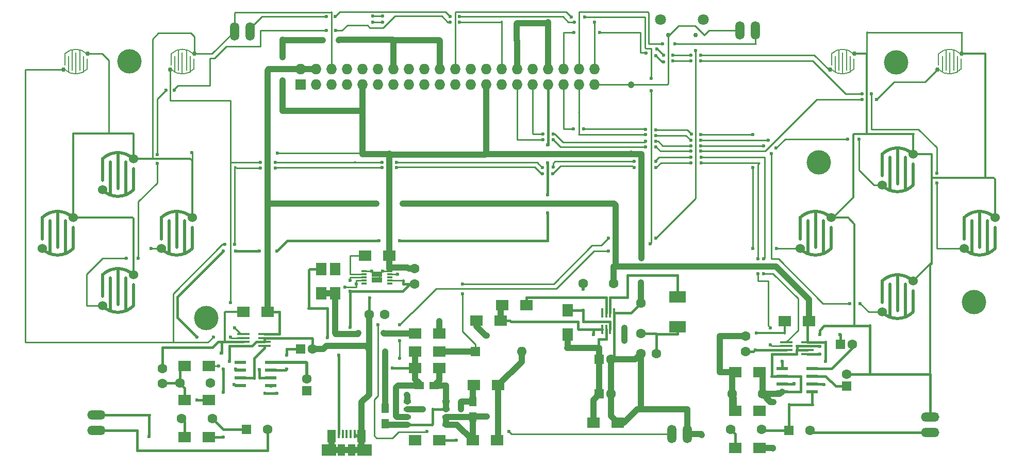
<source format=gtl>
G04 #@! TF.FileFunction,Copper,L1,Top,Signal*
%FSLAX46Y46*%
G04 Gerber Fmt 4.6, Leading zero omitted, Abs format (unit mm)*
G04 Created by KiCad (PCBNEW 4.0.7-e2-6376~58~ubuntu16.04.1) date Sun Sep 24 14:08:17 2017*
%MOMM*%
%LPD*%
G01*
G04 APERTURE LIST*
%ADD10C,0.100000*%
%ADD11C,0.500000*%
%ADD12C,0.200000*%
%ADD13C,1.600000*%
%ADD14R,1.600000X1.600000*%
%ADD15R,0.450000X1.380000*%
%ADD16R,1.475000X2.100000*%
%ADD17R,2.375000X1.900000*%
%ADD18R,1.175000X1.900000*%
%ADD19O,1.510000X3.010000*%
%ADD20O,3.010000X1.510000*%
%ADD21R,1.727200X1.727200*%
%ADD22O,1.727200X1.727200*%
%ADD23R,2.790000X1.903000*%
%ADD24R,0.890000X0.305000*%
%ADD25R,0.840000X0.940000*%
%ADD26R,0.400000X1.560000*%
%ADD27R,2.000000X0.400000*%
%ADD28R,1.250000X1.500000*%
%ADD29R,1.500000X1.250000*%
%ADD30O,1.600000X1.600000*%
%ADD31R,1.143000X0.508000*%
%ADD32C,1.524000*%
%ADD33C,0.750000*%
%ADD34R,2.000000X1.700000*%
%ADD35R,1.700000X2.000000*%
%ADD36R,1.981200X0.558800*%
%ADD37C,0.762000*%
%ADD38C,1.803400*%
%ADD39C,4.000000*%
%ADD40C,0.600000*%
%ADD41C,0.250000*%
%ADD42C,1.000000*%
%ADD43C,0.300000*%
%ADD44C,0.400000*%
G04 APERTURE END LIST*
D10*
D11*
X88392000Y-93724000D02*
X88392000Y-88324000D01*
X87122000Y-86824000D02*
X87122000Y-92724000D01*
X85852000Y-93724000D02*
X85852000Y-88324000D01*
X89662000Y-92824000D02*
X89662000Y-89424000D01*
X84582000Y-87924000D02*
X84582000Y-91424000D01*
X84582000Y-92964000D02*
G75*
G03X89662000Y-92964000I2540000J2540000D01*
G01*
X89662000Y-87884000D02*
G75*
G03X84582000Y-87884000I-2540000J-2540000D01*
G01*
X88392000Y-112774000D02*
X88392000Y-107374000D01*
X87122000Y-105874000D02*
X87122000Y-111774000D01*
X85852000Y-112774000D02*
X85852000Y-107374000D01*
X89662000Y-111874000D02*
X89662000Y-108474000D01*
X84582000Y-106974000D02*
X84582000Y-110474000D01*
X84582000Y-112014000D02*
G75*
G03X89662000Y-112014000I2540000J2540000D01*
G01*
X89662000Y-106934000D02*
G75*
G03X84582000Y-106934000I-2540000J-2540000D01*
G01*
X78486000Y-103376000D02*
X78486000Y-97976000D01*
X77216000Y-96476000D02*
X77216000Y-102376000D01*
X75946000Y-103376000D02*
X75946000Y-97976000D01*
X79756000Y-102476000D02*
X79756000Y-99076000D01*
X74676000Y-97576000D02*
X74676000Y-101076000D01*
X74676000Y-102616000D02*
G75*
G03X79756000Y-102616000I2540000J2540000D01*
G01*
X79756000Y-97536000D02*
G75*
G03X74676000Y-97536000I-2540000J-2540000D01*
G01*
X98044000Y-103376000D02*
X98044000Y-97976000D01*
X96774000Y-96476000D02*
X96774000Y-102376000D01*
X95504000Y-103376000D02*
X95504000Y-97976000D01*
X99314000Y-102476000D02*
X99314000Y-99076000D01*
X94234000Y-97576000D02*
X94234000Y-101076000D01*
X94234000Y-102616000D02*
G75*
G03X99314000Y-102616000I2540000J2540000D01*
G01*
X99314000Y-97536000D02*
G75*
G03X94234000Y-97536000I-2540000J-2540000D01*
G01*
X229870000Y-103376000D02*
X229870000Y-97976000D01*
X228600000Y-96476000D02*
X228600000Y-102376000D01*
X227330000Y-103376000D02*
X227330000Y-97976000D01*
X231140000Y-102476000D02*
X231140000Y-99076000D01*
X226060000Y-97576000D02*
X226060000Y-101076000D01*
X226060000Y-102616000D02*
G75*
G03X231140000Y-102616000I2540000J2540000D01*
G01*
X231140000Y-97536000D02*
G75*
G03X226060000Y-97536000I-2540000J-2540000D01*
G01*
X216408000Y-113790000D02*
X216408000Y-108390000D01*
X215138000Y-106890000D02*
X215138000Y-112790000D01*
X213868000Y-113790000D02*
X213868000Y-108390000D01*
X217678000Y-112890000D02*
X217678000Y-109490000D01*
X212598000Y-107990000D02*
X212598000Y-111490000D01*
X212598000Y-113030000D02*
G75*
G03X217678000Y-113030000I2540000J2540000D01*
G01*
X217678000Y-107950000D02*
G75*
G03X212598000Y-107950000I-2540000J-2540000D01*
G01*
X216408000Y-92962000D02*
X216408000Y-87562000D01*
X215138000Y-86062000D02*
X215138000Y-91962000D01*
X213868000Y-92962000D02*
X213868000Y-87562000D01*
X217678000Y-92062000D02*
X217678000Y-88662000D01*
X212598000Y-87162000D02*
X212598000Y-90662000D01*
X212598000Y-92202000D02*
G75*
G03X217678000Y-92202000I2540000J2540000D01*
G01*
X217678000Y-87122000D02*
G75*
G03X212598000Y-87122000I-2540000J-2540000D01*
G01*
X202946000Y-103376000D02*
X202946000Y-97976000D01*
X201676000Y-96476000D02*
X201676000Y-102376000D01*
X200406000Y-103376000D02*
X200406000Y-97976000D01*
X204216000Y-102476000D02*
X204216000Y-99076000D01*
X199136000Y-97576000D02*
X199136000Y-101076000D01*
X199136000Y-102616000D02*
G75*
G03X204216000Y-102616000I2540000J2540000D01*
G01*
X204216000Y-97536000D02*
G75*
G03X199136000Y-97536000I-2540000J-2540000D01*
G01*
D12*
X225000000Y-73600000D02*
X225000000Y-71000000D01*
X225600000Y-73100000D02*
X225600000Y-71400000D01*
X221900000Y-73200000D02*
G75*
G03X225600000Y-73100000I1800000J1900000D01*
G01*
X225500000Y-70600000D02*
G75*
G03X221900000Y-70600000I-1800000J-1800000D01*
G01*
X224400000Y-70000000D02*
X224400000Y-73300000D01*
X223100000Y-70000000D02*
X223100000Y-73300000D01*
X223700000Y-73800000D02*
X223700000Y-70400000D01*
X222500000Y-73600000D02*
X222500000Y-71000000D01*
X221900000Y-70600000D02*
X221900000Y-72400000D01*
X207400000Y-73600000D02*
X207400000Y-71000000D01*
X208000000Y-73100000D02*
X208000000Y-71400000D01*
X204300000Y-73200000D02*
G75*
G03X208000000Y-73100000I1800000J1900000D01*
G01*
X207900000Y-70600000D02*
G75*
G03X204300000Y-70600000I-1800000J-1800000D01*
G01*
X206800000Y-70000000D02*
X206800000Y-73300000D01*
X205500000Y-70000000D02*
X205500000Y-73300000D01*
X206100000Y-73800000D02*
X206100000Y-70400000D01*
X204900000Y-73600000D02*
X204900000Y-71000000D01*
X204300000Y-70600000D02*
X204300000Y-72400000D01*
X99000000Y-73600000D02*
X99000000Y-71000000D01*
X99600000Y-73100000D02*
X99600000Y-71400000D01*
X95900000Y-73200000D02*
G75*
G03X99600000Y-73100000I1800000J1900000D01*
G01*
X99500000Y-70600000D02*
G75*
G03X95900000Y-70600000I-1800000J-1800000D01*
G01*
X98400000Y-70000000D02*
X98400000Y-73300000D01*
X97100000Y-70000000D02*
X97100000Y-73300000D01*
X97700000Y-73800000D02*
X97700000Y-70400000D01*
X96500000Y-73600000D02*
X96500000Y-71000000D01*
X95900000Y-70600000D02*
X95900000Y-72400000D01*
X81500000Y-73600000D02*
X81500000Y-71000000D01*
X82100000Y-73100000D02*
X82100000Y-71400000D01*
X78400000Y-73200000D02*
G75*
G03X82100000Y-73100000I1800000J1900000D01*
G01*
X82000000Y-70600000D02*
G75*
G03X78400000Y-70600000I-1800000J-1800000D01*
G01*
X80900000Y-70000000D02*
X80900000Y-73300000D01*
X79600000Y-70000000D02*
X79600000Y-73300000D01*
X80200000Y-73800000D02*
X80200000Y-70400000D01*
X79000000Y-73600000D02*
X79000000Y-71000000D01*
X78400000Y-70600000D02*
X78400000Y-72400000D01*
D13*
X130891000Y-113405000D03*
X128391000Y-113405000D03*
X172974000Y-116586000D03*
X172974000Y-111586000D03*
D14*
X166136000Y-120794000D03*
D13*
X168136000Y-120794000D03*
X168536000Y-108344000D03*
X163536000Y-108344000D03*
X175514000Y-119888000D03*
X173014000Y-119888000D03*
X190200000Y-119500000D03*
X190200000Y-117000000D03*
D14*
X197280000Y-132440000D03*
D13*
X200780000Y-132440000D03*
X192786000Y-132334000D03*
X187786000Y-132334000D03*
X94400000Y-122300000D03*
X94400000Y-124800000D03*
D14*
X108204000Y-132334000D03*
D13*
X111704000Y-132334000D03*
X97282000Y-124714000D03*
X102282000Y-124714000D03*
X102616000Y-130556000D03*
X97616000Y-130556000D03*
X187960000Y-126492000D03*
X192960000Y-126492000D03*
D15*
X123400000Y-133040000D03*
X124050000Y-133040000D03*
X124700000Y-133040000D03*
X125350000Y-133040000D03*
X126000000Y-133040000D03*
D16*
X122237500Y-133400000D03*
X127162500Y-133400000D03*
D17*
X121790000Y-135700000D03*
X127610000Y-135700000D03*
D18*
X123860000Y-135700000D03*
X125540000Y-135700000D03*
D19*
X178054000Y-133096000D03*
X180594000Y-133096000D03*
D20*
X220500000Y-132800000D03*
X220500000Y-130260000D03*
X83600000Y-132500000D03*
X83600000Y-129960000D03*
D21*
X117094000Y-75692000D03*
D22*
X117094000Y-73152000D03*
X119634000Y-75692000D03*
X119634000Y-73152000D03*
X122174000Y-75692000D03*
X122174000Y-73152000D03*
X124714000Y-75692000D03*
X124714000Y-73152000D03*
X127254000Y-75692000D03*
X127254000Y-73152000D03*
X129794000Y-75692000D03*
X129794000Y-73152000D03*
X132334000Y-75692000D03*
X132334000Y-73152000D03*
X134874000Y-75692000D03*
X134874000Y-73152000D03*
X137414000Y-75692000D03*
X137414000Y-73152000D03*
X139954000Y-75692000D03*
X139954000Y-73152000D03*
X142494000Y-75692000D03*
X142494000Y-73152000D03*
X145034000Y-75692000D03*
X145034000Y-73152000D03*
X147574000Y-75692000D03*
X147574000Y-73152000D03*
X150114000Y-75692000D03*
X150114000Y-73152000D03*
X152654000Y-75692000D03*
X152654000Y-73152000D03*
X155194000Y-75692000D03*
X155194000Y-73152000D03*
X157734000Y-75692000D03*
X157734000Y-73152000D03*
X160274000Y-75692000D03*
X160274000Y-73152000D03*
X162814000Y-75692000D03*
X162814000Y-73152000D03*
X165354000Y-75692000D03*
X165354000Y-73152000D03*
D23*
X179000000Y-110573500D03*
X179000000Y-115426500D03*
D24*
X131746000Y-108305000D03*
X131746000Y-107805000D03*
X131746000Y-107305000D03*
X131746000Y-106805000D03*
X131746000Y-106305000D03*
X127536000Y-106305000D03*
X127536000Y-106805000D03*
X127536000Y-107305000D03*
X127536000Y-107805000D03*
X127536000Y-108305000D03*
D25*
X129221000Y-106835000D03*
X129221000Y-107775000D03*
X130061000Y-106835000D03*
X130061000Y-107775000D03*
D26*
X166656000Y-115844000D03*
X167306000Y-115844000D03*
X167966000Y-115844000D03*
X168616000Y-115844000D03*
X168616000Y-113144000D03*
X167966000Y-113144000D03*
X167306000Y-113144000D03*
X166656000Y-113144000D03*
D27*
X196905000Y-117975000D03*
X196905000Y-118615000D03*
X196905000Y-119275000D03*
X196905000Y-119915000D03*
X200325000Y-119915000D03*
X200325000Y-119275000D03*
X200325000Y-118615000D03*
X200325000Y-117975000D03*
X107764000Y-116632000D03*
X107764000Y-117272000D03*
X107764000Y-117932000D03*
X107764000Y-118572000D03*
X111184000Y-118572000D03*
X111184000Y-117932000D03*
X111184000Y-117272000D03*
X111184000Y-116632000D03*
D14*
X166136000Y-126494000D03*
D13*
X168136000Y-126494000D03*
D19*
X106300000Y-66900000D03*
X108840000Y-66900000D03*
X189250000Y-66750000D03*
X191790000Y-66750000D03*
D28*
X131000000Y-128850000D03*
X131000000Y-131350000D03*
D29*
X136592000Y-125090000D03*
X139092000Y-125090000D03*
D28*
X145400000Y-130250000D03*
X145400000Y-127750000D03*
D14*
X145800000Y-119500000D03*
D30*
X153420000Y-119500000D03*
D31*
X141017000Y-127685000D03*
X141017000Y-128955000D03*
X141017000Y-130225000D03*
X141017000Y-131495000D03*
X134667000Y-131495000D03*
X134667000Y-130225000D03*
X134667000Y-128955000D03*
X134667000Y-127685000D03*
D32*
X89662000Y-87884000D03*
X84582000Y-92964000D03*
X89662000Y-106934000D03*
X84582000Y-112014000D03*
X79756000Y-97536000D03*
X74676000Y-102616000D03*
X99314000Y-97536000D03*
X94234000Y-102616000D03*
X231140000Y-97536000D03*
X226060000Y-102616000D03*
X217678000Y-107950000D03*
X212598000Y-113030000D03*
X217678000Y-87122000D03*
X212598000Y-92202000D03*
X204216000Y-97536000D03*
X199136000Y-102616000D03*
D13*
X135841000Y-108405000D03*
X135841000Y-105905000D03*
D14*
X206756000Y-125222000D03*
D13*
X206756000Y-123222000D03*
D14*
X205740000Y-118364000D03*
D13*
X207740000Y-118364000D03*
D14*
X117094000Y-119126000D03*
D13*
X119094000Y-119126000D03*
D14*
X118110000Y-125984000D03*
D13*
X118110000Y-123984000D03*
D33*
X221700000Y-73200000D03*
X225700000Y-70600000D03*
X204100000Y-73200000D03*
X208100000Y-70600000D03*
X95700000Y-73200000D03*
X99700000Y-70600000D03*
X78200000Y-73200000D03*
X82200000Y-70600000D03*
D34*
X127700000Y-103800000D03*
X131700000Y-103800000D03*
D35*
X122772000Y-109980000D03*
X122772000Y-105980000D03*
X120486000Y-109980000D03*
X120486000Y-105980000D03*
D34*
X146000000Y-114400000D03*
X150000000Y-114400000D03*
X139942000Y-116540000D03*
X135942000Y-116540000D03*
X135942000Y-119490000D03*
X139942000Y-119490000D03*
X135942000Y-122190000D03*
X139942000Y-122190000D03*
X149600000Y-125000000D03*
X145600000Y-125000000D03*
X145400000Y-134100000D03*
X149400000Y-134100000D03*
X169200000Y-131200000D03*
X165200000Y-131200000D03*
X188500000Y-129286000D03*
X192500000Y-129286000D03*
X200628000Y-114554000D03*
X196628000Y-114554000D03*
X188500000Y-122936000D03*
X192500000Y-122936000D03*
X188500000Y-135382000D03*
X192500000Y-135382000D03*
X98076000Y-127508000D03*
X102076000Y-127508000D03*
X98076000Y-121920000D03*
X102076000Y-121920000D03*
X111728000Y-113030000D03*
X107728000Y-113030000D03*
X98076000Y-133604000D03*
X102076000Y-133604000D03*
D35*
X160986000Y-116744000D03*
X160986000Y-112744000D03*
D34*
X150200000Y-111900000D03*
X154200000Y-111900000D03*
X135922000Y-134112000D03*
X139922000Y-134112000D03*
D36*
X196226200Y-122265000D03*
X196226200Y-123535000D03*
X196226200Y-124805000D03*
X196226200Y-126075000D03*
X201153800Y-126075000D03*
X201153800Y-124805000D03*
X201153800Y-123535000D03*
X201153800Y-122265000D03*
X107264200Y-121285000D03*
X107264200Y-122555000D03*
X107264200Y-123825000D03*
X107264200Y-125095000D03*
X112191800Y-125095000D03*
X112191800Y-123825000D03*
X112191800Y-122555000D03*
X112191800Y-121285000D03*
D37*
X177496900Y-67489200D03*
X177496900Y-67489200D03*
X181992700Y-67489200D03*
X181992700Y-67489200D03*
D38*
X176239600Y-65000000D03*
X176239600Y-65000000D03*
X183250000Y-65000000D03*
X183250000Y-65000000D03*
D39*
X101600000Y-114000000D03*
X214900000Y-72000000D03*
X89000000Y-71850000D03*
X202200000Y-88400000D03*
X227700000Y-111400000D03*
D40*
X133091000Y-106805000D03*
X171400000Y-87000000D03*
X157734000Y-70500000D03*
X171400000Y-75700000D03*
X171400000Y-75692000D03*
X139800000Y-68400000D03*
X152600000Y-68400000D03*
X123400000Y-68400000D03*
X120800000Y-68400000D03*
X114200000Y-71200000D03*
X114200000Y-75000000D03*
X173000000Y-108200000D03*
X173100000Y-104200000D03*
X99300000Y-86800000D03*
X113300000Y-86900000D03*
X128400000Y-126600000D03*
X134600000Y-126600000D03*
X105410000Y-121158000D03*
X102000000Y-133600000D03*
X92200000Y-133500000D03*
X202400000Y-118700000D03*
X202400000Y-116700000D03*
X192500000Y-135382000D03*
X194700000Y-135400000D03*
X194800000Y-127800000D03*
X183000000Y-133200000D03*
X130061000Y-107775000D03*
X129200000Y-107800000D03*
X128500000Y-110700000D03*
X130061000Y-106835000D03*
X130600000Y-106300000D03*
X129221000Y-106835000D03*
X128800000Y-106300000D03*
X104394000Y-122428000D03*
X104394000Y-126238000D03*
X104394000Y-133604000D03*
X106426000Y-122428000D03*
X103632000Y-121920000D03*
X106172000Y-124968000D03*
X125300000Y-115500000D03*
X123400000Y-120100000D03*
X125300000Y-109600000D03*
X125300000Y-107800000D03*
X130800000Y-116500000D03*
X126600000Y-116500000D03*
X133900000Y-95200000D03*
X129600000Y-95200000D03*
X170300000Y-115600000D03*
X170300000Y-117700000D03*
X166100000Y-118900000D03*
X203300000Y-121100000D03*
X203100000Y-124900000D03*
X163500000Y-109300000D03*
X163500000Y-112700000D03*
X191800000Y-119300000D03*
X192000000Y-116500000D03*
X104100000Y-119800000D03*
X110400000Y-122500000D03*
X205700000Y-116700000D03*
X196200000Y-121100000D03*
X114808000Y-122428000D03*
X114808000Y-120142000D03*
X112268000Y-125222000D03*
X107264200Y-121285000D03*
X113200000Y-126400000D03*
X111300000Y-126400000D03*
X126300000Y-108400000D03*
X129800000Y-115100000D03*
X137900000Y-132600000D03*
X151300000Y-132600000D03*
X122800000Y-106000000D03*
X124400000Y-108900000D03*
X192500000Y-129286000D03*
X130600000Y-65400000D03*
X129000000Y-65400000D03*
X130600000Y-64400000D03*
X129000000Y-64400000D03*
X92600000Y-102600000D03*
X122900000Y-66800000D03*
X121400000Y-66800000D03*
X96400000Y-76600000D03*
X95000000Y-76600000D03*
X93600000Y-87200000D03*
X93600000Y-88600000D03*
X141700000Y-65400000D03*
X143200000Y-65400000D03*
X88500000Y-104200000D03*
X90500000Y-104200000D03*
X211700000Y-78100000D03*
X209300000Y-78100000D03*
X182800000Y-86600000D03*
X181200000Y-86600000D03*
X175500000Y-85900000D03*
X173800000Y-85900000D03*
X158600000Y-84700000D03*
X156900000Y-84700000D03*
X209000000Y-111600000D03*
X207300000Y-111600000D03*
X194400000Y-87000000D03*
X193200000Y-85700000D03*
X182800000Y-85700000D03*
X181200000Y-85700000D03*
X175500000Y-85000000D03*
X173800000Y-85000000D03*
X158600000Y-83800000D03*
X156900000Y-83800000D03*
X182800000Y-70800000D03*
X181200000Y-70800000D03*
X178300000Y-70800000D03*
X176700000Y-70800000D03*
X175600000Y-69800000D03*
X157700000Y-85600000D03*
X157700000Y-88500000D03*
X157700000Y-93800000D03*
X157700000Y-96700000D03*
X133400000Y-101300000D03*
X130000000Y-101300000D03*
X113200000Y-103000000D03*
X110400000Y-103000000D03*
X106500000Y-103000000D03*
X104400000Y-103000000D03*
X100100000Y-117100000D03*
X100100000Y-127500000D03*
X195300000Y-102600000D03*
X191400000Y-102600000D03*
X191400000Y-89300000D03*
X191400000Y-83900000D03*
X182800000Y-83900000D03*
X181300000Y-83800000D03*
X175500000Y-83100000D03*
X161900000Y-82900000D03*
X163600000Y-82900000D03*
X173800000Y-83000000D03*
X221600000Y-91800000D03*
X221600000Y-90200000D03*
X210900000Y-77200000D03*
X209300000Y-77200000D03*
X182800000Y-71800000D03*
X181200000Y-71800000D03*
X178300000Y-71800000D03*
X176700000Y-71900000D03*
X175500000Y-70900000D03*
X173900000Y-70500000D03*
X166200000Y-67100000D03*
X162000000Y-67100000D03*
X208800000Y-84600000D03*
X207000000Y-84600000D03*
X195200000Y-86100000D03*
X193900000Y-84800000D03*
X182800000Y-84800000D03*
X181200000Y-84800000D03*
X175500000Y-84000000D03*
X173800000Y-83900000D03*
X178600000Y-69000000D03*
X176600000Y-69000000D03*
X121400000Y-64500000D03*
X122800000Y-64500000D03*
X141700000Y-64500000D03*
X143200000Y-64500000D03*
X162100000Y-65400000D03*
X165400000Y-65400000D03*
X193200000Y-106700000D03*
X193200000Y-104300000D03*
X182900000Y-87600000D03*
X181200000Y-87600000D03*
X175500000Y-88300000D03*
X171900000Y-88300000D03*
X158600000Y-89200000D03*
X156800000Y-89300000D03*
X132900000Y-88400000D03*
X130500000Y-88400000D03*
X113000000Y-88400000D03*
X110500000Y-88400000D03*
X106300000Y-115600000D03*
X105600000Y-111500000D03*
X104700000Y-101900000D03*
X106300000Y-101900000D03*
X110500000Y-89400000D03*
X113000000Y-89400000D03*
X130500000Y-89300000D03*
X132900000Y-89300000D03*
X156800000Y-90300000D03*
X158500000Y-90300000D03*
X171900000Y-89300000D03*
X175500000Y-89300000D03*
X181200000Y-88500000D03*
X182900000Y-88500000D03*
X192200000Y-104300000D03*
X192200000Y-106700000D03*
X194300000Y-118400000D03*
X194300000Y-115600000D03*
X102800000Y-117100000D03*
X105600000Y-117100000D03*
X202400000Y-119900000D03*
X198200000Y-124800000D03*
X165200000Y-116700000D03*
X149900000Y-114400000D03*
X139900000Y-114500000D03*
X135922000Y-134112000D03*
X161600000Y-64600000D03*
X163800000Y-64600000D03*
X174700000Y-74600000D03*
X174700000Y-76700000D03*
X174500000Y-101800000D03*
X167700000Y-103000000D03*
X133400000Y-115100000D03*
X133400000Y-117700000D03*
X133400000Y-120600000D03*
X121500000Y-117200000D03*
X132200000Y-122200000D03*
X182000000Y-70100000D03*
X175500000Y-100900000D03*
X167700000Y-100900000D03*
X143700000Y-108400000D03*
X143700000Y-110000000D03*
X139900000Y-119500000D03*
X131000000Y-119500000D03*
X149400000Y-134100000D03*
X142700000Y-134100000D03*
X147700000Y-116900000D03*
X147700000Y-130200000D03*
X143500000Y-128900000D03*
X137200000Y-129000000D03*
D41*
X131746000Y-106805000D02*
X133091000Y-106805000D01*
X121790000Y-135700000D02*
X123860000Y-135700000D01*
X165354000Y-75692000D02*
X171392000Y-75692000D01*
X171392000Y-75692000D02*
X171400000Y-75700000D01*
D42*
X157568000Y-65600000D02*
X152700000Y-65600000D01*
X171400000Y-87000000D02*
X171400000Y-87074000D01*
X171400000Y-87000000D02*
X171400000Y-87074000D01*
X171400000Y-75692000D02*
X171400000Y-75700000D01*
X157734000Y-73152000D02*
X157734000Y-70500000D01*
X157734000Y-70500000D02*
X157734000Y-65434000D01*
X157734000Y-65434000D02*
X157568000Y-65600000D01*
X152700000Y-65600000D02*
X152600000Y-65700000D01*
X152600000Y-65700000D02*
X152600000Y-68400000D01*
X152654000Y-73152000D02*
X152654000Y-68454000D01*
X139800000Y-68334000D02*
X139866000Y-68334000D01*
X139800000Y-68400000D02*
X139800000Y-68334000D01*
X152654000Y-68454000D02*
X152600000Y-68400000D01*
X132334000Y-68334000D02*
X139866000Y-68334000D01*
X139954000Y-68422000D02*
X139954000Y-73152000D01*
X139866000Y-68334000D02*
X139954000Y-68422000D01*
X127254000Y-80000000D02*
X114200000Y-80000000D01*
X132334000Y-68334000D02*
X132334000Y-73152000D01*
X132300000Y-68300000D02*
X132334000Y-68334000D01*
X123500000Y-68300000D02*
X132300000Y-68300000D01*
X123400000Y-68400000D02*
X123500000Y-68300000D01*
X114300000Y-68400000D02*
X120800000Y-68400000D01*
X114200000Y-68300000D02*
X114300000Y-68400000D01*
X114200000Y-71200000D02*
X114200000Y-68300000D01*
X114200000Y-80000000D02*
X114200000Y-75000000D01*
X173100000Y-103600000D02*
X173100000Y-104200000D01*
X173100000Y-103600000D02*
X173100000Y-87100000D01*
X173100000Y-87100000D02*
X173074000Y-87074000D01*
X147574000Y-87074000D02*
X171400000Y-87074000D01*
X171400000Y-87074000D02*
X173074000Y-87074000D01*
X172974000Y-108274000D02*
X172974000Y-111586000D01*
X172974000Y-108226000D02*
X172974000Y-108274000D01*
X173000000Y-108200000D02*
X172974000Y-108226000D01*
D41*
X165354000Y-75692000D02*
X177308000Y-75692000D01*
X177496900Y-75503100D02*
X177496900Y-67489200D01*
X177308000Y-75692000D02*
X177496900Y-75503100D01*
X127254000Y-86900000D02*
X113300000Y-86900000D01*
X99314000Y-86814000D02*
X99314000Y-88214000D01*
X99300000Y-86800000D02*
X99314000Y-86814000D01*
X122174000Y-73152000D02*
X122174000Y-63726000D01*
X106300000Y-63900000D02*
X106300000Y-66900000D01*
X106400000Y-63800000D02*
X106300000Y-63900000D01*
X122100000Y-63800000D02*
X106400000Y-63800000D01*
X122174000Y-63726000D02*
X122100000Y-63800000D01*
X210100000Y-70700000D02*
X210100000Y-67000000D01*
X225700000Y-67200000D02*
X225700000Y-70600000D01*
X225800000Y-67100000D02*
X225700000Y-67200000D01*
X210200000Y-67100000D02*
X225800000Y-67100000D01*
X210100000Y-67000000D02*
X210200000Y-67100000D01*
X189250000Y-66750000D02*
X184150000Y-66750000D01*
X179200000Y-66000000D02*
X177710800Y-67489200D01*
X181900000Y-66000000D02*
X179200000Y-66000000D01*
X183400000Y-67500000D02*
X181900000Y-66000000D01*
X184150000Y-66750000D02*
X183400000Y-67500000D01*
X177710800Y-67489200D02*
X177496900Y-67489200D01*
X99700000Y-70600000D02*
X99700000Y-67800000D01*
X92800000Y-68200000D02*
X92800000Y-87884000D01*
X93800000Y-67200000D02*
X92800000Y-68200000D01*
X99100000Y-67200000D02*
X93800000Y-67200000D01*
X99700000Y-67800000D02*
X99100000Y-67200000D01*
X82200000Y-70600000D02*
X84500000Y-70600000D01*
X85600000Y-71700000D02*
X85600000Y-83700000D01*
X84500000Y-70600000D02*
X85600000Y-71700000D01*
X99700000Y-70600000D02*
X102600000Y-70600000D01*
X102600000Y-70600000D02*
X106300000Y-66900000D01*
D43*
X79756000Y-97536000D02*
X79756000Y-83656000D01*
X89662000Y-83762000D02*
X89662000Y-87884000D01*
X89600000Y-83700000D02*
X89662000Y-83762000D01*
X79800000Y-83700000D02*
X85600000Y-83700000D01*
X85600000Y-83700000D02*
X89600000Y-83700000D01*
X79756000Y-83656000D02*
X79800000Y-83700000D01*
X89662000Y-87884000D02*
X92800000Y-87884000D01*
X92800000Y-87884000D02*
X98984000Y-87884000D01*
X98984000Y-87884000D02*
X99314000Y-88214000D01*
X99314000Y-88214000D02*
X99314000Y-97536000D01*
X79756000Y-97536000D02*
X89536000Y-97536000D01*
X89662000Y-97662000D02*
X89662000Y-106934000D01*
X89536000Y-97536000D02*
X89662000Y-97662000D01*
X210100000Y-83800000D02*
X210100000Y-70700000D01*
X210000000Y-70600000D02*
X208100000Y-70600000D01*
X210100000Y-70700000D02*
X210000000Y-70600000D01*
X229600000Y-91000000D02*
X229600000Y-70600000D01*
X229600000Y-70600000D02*
X225700000Y-70600000D01*
X220800000Y-91000000D02*
X229600000Y-91000000D01*
X229600000Y-91000000D02*
X230900000Y-91000000D01*
X231140000Y-91240000D02*
X231140000Y-97536000D01*
X230900000Y-91000000D02*
X231140000Y-91240000D01*
X220500000Y-123200000D02*
X220500000Y-105400000D01*
X220800000Y-105100000D02*
X220800000Y-104900000D01*
X220500000Y-105400000D02*
X220800000Y-105100000D01*
X204216000Y-97536000D02*
X204564000Y-97536000D01*
X204564000Y-97536000D02*
X207900000Y-94200000D01*
X217678000Y-83922000D02*
X217678000Y-87122000D01*
X217800000Y-83800000D02*
X217678000Y-83922000D01*
X208000000Y-83800000D02*
X210100000Y-83800000D01*
X210100000Y-83800000D02*
X217800000Y-83800000D01*
X207900000Y-83900000D02*
X208000000Y-83800000D01*
X207900000Y-94200000D02*
X207900000Y-83900000D01*
X217678000Y-107950000D02*
X217750000Y-107950000D01*
X217750000Y-107950000D02*
X220800000Y-104900000D01*
X220800000Y-104900000D02*
X220800000Y-104900000D01*
X220800000Y-104900000D02*
X220800000Y-91000000D01*
X220800000Y-91000000D02*
X220800000Y-87200000D01*
X220722000Y-87122000D02*
X217678000Y-87122000D01*
X220800000Y-87200000D02*
X220722000Y-87122000D01*
X204216000Y-97536000D02*
X207036000Y-97536000D01*
X208100000Y-98600000D02*
X208100000Y-115300000D01*
X207036000Y-97536000D02*
X208100000Y-98600000D01*
D42*
X147574000Y-75692000D02*
X147574000Y-87074000D01*
X147448000Y-87200000D02*
X131700000Y-87200000D01*
X147574000Y-87074000D02*
X147448000Y-87200000D01*
X131700000Y-103800000D02*
X131700000Y-87200000D01*
X131700000Y-87200000D02*
X131700000Y-87000000D01*
X127254000Y-87054000D02*
X127254000Y-86900000D01*
X127254000Y-86900000D02*
X127254000Y-80000000D01*
X127254000Y-80000000D02*
X127254000Y-75692000D01*
X127300000Y-87100000D02*
X127254000Y-87054000D01*
X131600000Y-87100000D02*
X127300000Y-87100000D01*
X131700000Y-87000000D02*
X131600000Y-87100000D01*
X192960000Y-126492000D02*
X192960000Y-123396000D01*
X192960000Y-123396000D02*
X192500000Y-122936000D01*
X192960000Y-126492000D02*
X195809200Y-126492000D01*
X195809200Y-126492000D02*
X196226200Y-126075000D01*
X194800000Y-127800000D02*
X194268000Y-127800000D01*
X194268000Y-127800000D02*
X192960000Y-126492000D01*
X192500000Y-135382000D02*
X194682000Y-135382000D01*
X194682000Y-135382000D02*
X194700000Y-135400000D01*
X180594000Y-133096000D02*
X182896000Y-133096000D01*
X182896000Y-133096000D02*
X183000000Y-133200000D01*
X168136000Y-126494000D02*
X168136000Y-130136000D01*
X168136000Y-130136000D02*
X169200000Y-131200000D01*
X168136000Y-120794000D02*
X168136000Y-126494000D01*
X168136000Y-120794000D02*
X172108000Y-120794000D01*
X172108000Y-120794000D02*
X173014000Y-119888000D01*
X173014000Y-119888000D02*
X173014000Y-129000000D01*
X173000000Y-128900000D02*
X173000000Y-129000000D01*
X173000000Y-128986000D02*
X173000000Y-128900000D01*
X173014000Y-129000000D02*
X173000000Y-128986000D01*
X180594000Y-133096000D02*
X180594000Y-129000000D01*
X180594000Y-129000000D02*
X173000000Y-129000000D01*
X173000000Y-129000000D02*
X172400000Y-129000000D01*
X172400000Y-129000000D02*
X170200000Y-131200000D01*
X170200000Y-131200000D02*
X169200000Y-131200000D01*
X135841000Y-105905000D02*
X134905000Y-105905000D01*
X134700000Y-105700000D02*
X131700000Y-105700000D01*
X134905000Y-105905000D02*
X134700000Y-105700000D01*
X131700000Y-105900000D02*
X131700000Y-105700000D01*
D41*
X131700000Y-105900000D02*
X131700000Y-106259000D01*
D42*
X131700000Y-105700000D02*
X131700000Y-103800000D01*
X128391000Y-113405000D02*
X128391000Y-119126000D01*
X128391000Y-119126000D02*
X128400000Y-119135000D01*
X119094000Y-119126000D02*
X120874000Y-119126000D01*
X127865000Y-118600000D02*
X128400000Y-119135000D01*
X121400000Y-118600000D02*
X127865000Y-118600000D01*
X120874000Y-119126000D02*
X121400000Y-118600000D01*
X128400000Y-126600000D02*
X128400000Y-119135000D01*
X128400000Y-119135000D02*
X128391000Y-119126000D01*
D44*
X128391000Y-119126000D02*
X128400000Y-119135000D01*
D42*
X134667000Y-127685000D02*
X134667000Y-126667000D01*
X134667000Y-126667000D02*
X134600000Y-126600000D01*
D44*
X134600000Y-126600000D02*
X134667000Y-126667000D01*
D42*
X127162500Y-133400000D02*
X127162500Y-127837500D01*
X127162500Y-127837500D02*
X128400000Y-126600000D01*
D44*
X127162500Y-133400000D02*
X126360000Y-133400000D01*
X126360000Y-133400000D02*
X126000000Y-133040000D01*
D42*
X122237500Y-133400000D02*
X122237500Y-135252500D01*
X122237500Y-135252500D02*
X122685000Y-135700000D01*
X122685000Y-135700000D02*
X125540000Y-135700000D01*
X125540000Y-135700000D02*
X127610000Y-135700000D01*
X127610000Y-135700000D02*
X127162500Y-135252500D01*
X127162500Y-135252500D02*
X127162500Y-134062500D01*
X127162500Y-134062500D02*
X127162500Y-133400000D01*
D44*
X168616000Y-113144000D02*
X171416000Y-113144000D01*
X171416000Y-113144000D02*
X172974000Y-111586000D01*
X168136000Y-130136000D02*
X169200000Y-131200000D01*
X172108000Y-120794000D02*
X173014000Y-119888000D01*
X111184000Y-117932000D02*
X109814000Y-117932000D01*
X109174000Y-118572000D02*
X109728000Y-118018000D01*
X109174000Y-118572000D02*
X107764000Y-118572000D01*
X109814000Y-117932000D02*
X109728000Y-118018000D01*
X105410000Y-121158000D02*
X105410000Y-118610000D01*
X105410000Y-118610000D02*
X105448000Y-118572000D01*
X105448000Y-118572000D02*
X107764000Y-118572000D01*
X196226200Y-123535000D02*
X194435000Y-123535000D01*
X194515000Y-119915000D02*
X196905000Y-119915000D01*
X194500000Y-119900000D02*
X194515000Y-119915000D01*
X194500000Y-123470000D02*
X194500000Y-119900000D01*
X194435000Y-123535000D02*
X194500000Y-123470000D01*
X196226200Y-126075000D02*
X199275000Y-126075000D01*
X199275000Y-126075000D02*
X199300000Y-126050000D01*
X199300000Y-126050000D02*
X199300000Y-123600000D01*
X199300000Y-123600000D02*
X199235000Y-123535000D01*
X199235000Y-123535000D02*
X196226200Y-123535000D01*
X168616000Y-115844000D02*
X168616000Y-120314000D01*
X168616000Y-120314000D02*
X168136000Y-120794000D01*
X168616000Y-115844000D02*
X168616000Y-113144000D01*
X220500000Y-130260000D02*
X220500000Y-123200000D01*
X220478000Y-123222000D02*
X210578000Y-123222000D01*
X220500000Y-123200000D02*
X220478000Y-123222000D01*
X169200000Y-131200000D02*
X170200000Y-131200000D01*
X170200000Y-131200000D02*
X172400000Y-129000000D01*
X128400000Y-119200000D02*
X128391000Y-119200000D01*
X128400000Y-119135000D02*
X128400000Y-119200000D01*
X128391000Y-126591000D02*
X128400000Y-126600000D01*
X83600000Y-129960000D02*
X92340000Y-129960000D01*
X102000000Y-133600000D02*
X102004000Y-133604000D01*
X92200000Y-130100000D02*
X92200000Y-133500000D01*
X92340000Y-129960000D02*
X92200000Y-130100000D01*
X102004000Y-133604000D02*
X102076000Y-133604000D01*
D41*
X131700000Y-106259000D02*
X131746000Y-106305000D01*
D44*
X206756000Y-123222000D02*
X210578000Y-123222000D01*
X202315000Y-118615000D02*
X200325000Y-118615000D01*
X202400000Y-118700000D02*
X202315000Y-118615000D01*
X202400000Y-116000000D02*
X202400000Y-116700000D01*
X203100000Y-115300000D02*
X202400000Y-116000000D01*
X210500000Y-115300000D02*
X208100000Y-115300000D01*
X208100000Y-115300000D02*
X203100000Y-115300000D01*
X210600000Y-115200000D02*
X210500000Y-115300000D01*
X210600000Y-123200000D02*
X210600000Y-115200000D01*
X210578000Y-123222000D02*
X210600000Y-123200000D01*
X200325000Y-118615000D02*
X198615000Y-118615000D01*
X198625000Y-118625000D02*
X198625000Y-119275000D01*
X198615000Y-118615000D02*
X198625000Y-118625000D01*
X196905000Y-119915000D02*
X198585000Y-119915000D01*
X198585000Y-119915000D02*
X198600000Y-119900000D01*
X198600000Y-119900000D02*
X198600000Y-119300000D01*
X198600000Y-119300000D02*
X198625000Y-119275000D01*
X198625000Y-119275000D02*
X200325000Y-119275000D01*
X194682000Y-135382000D02*
X194700000Y-135400000D01*
X193492000Y-126492000D02*
X194800000Y-127800000D01*
X183000000Y-133200000D02*
X182896000Y-133096000D01*
X193492000Y-126492000D02*
X192960000Y-126492000D01*
X192960000Y-123396000D02*
X192500000Y-122936000D01*
X196226200Y-126075000D02*
X193377000Y-126075000D01*
X193377000Y-126075000D02*
X192960000Y-126492000D01*
X135841000Y-105905000D02*
X132146000Y-105905000D01*
D41*
X132146000Y-105905000D02*
X131746000Y-106305000D01*
D44*
X119094000Y-119126000D02*
X119094000Y-117394000D01*
X111184000Y-117272000D02*
X111184000Y-117932000D01*
X119094000Y-117394000D02*
X118972000Y-117272000D01*
X118972000Y-117272000D02*
X111184000Y-117272000D01*
D41*
X129221000Y-107775000D02*
X130061000Y-107775000D01*
X129221000Y-106835000D02*
X130061000Y-106835000D01*
X130061000Y-106835000D02*
X130061000Y-107775000D01*
D44*
X128391000Y-113405000D02*
X128391000Y-110691000D01*
D41*
X129200000Y-107800000D02*
X129221000Y-107779000D01*
X128400000Y-110700000D02*
X128500000Y-110700000D01*
X128391000Y-110691000D02*
X128400000Y-110700000D01*
X129221000Y-107779000D02*
X129221000Y-107775000D01*
X130600000Y-106300000D02*
X130605000Y-106305000D01*
X131746000Y-106305000D02*
X130605000Y-106305000D01*
X127536000Y-106305000D02*
X128795000Y-106305000D01*
X128800000Y-106300000D02*
X128795000Y-106305000D01*
X127536000Y-106305000D02*
X127285000Y-106305000D01*
D44*
X102076000Y-133604000D02*
X104394000Y-133604000D01*
X104394000Y-126238000D02*
X104394000Y-122428000D01*
D41*
X102076000Y-121920000D02*
X103632000Y-121920000D01*
X106426000Y-122428000D02*
X106553000Y-122555000D01*
X106553000Y-122555000D02*
X107264200Y-122555000D01*
X107264200Y-125095000D02*
X106299000Y-125095000D01*
X106299000Y-125095000D02*
X106172000Y-124968000D01*
X111098000Y-118018000D02*
X111184000Y-117932000D01*
D44*
X123400000Y-133040000D02*
X123400000Y-120800000D01*
X125300000Y-115500000D02*
X125300000Y-109600000D01*
X123400000Y-120800000D02*
X123400000Y-120100000D01*
D41*
X131746000Y-107805000D02*
X133941000Y-107805000D01*
D44*
X133941000Y-108405000D02*
X133941000Y-107805000D01*
X133941000Y-108405000D02*
X135841000Y-108405000D01*
D41*
X127536000Y-107305000D02*
X125305000Y-107305000D01*
D44*
X133900000Y-109600000D02*
X135095000Y-108405000D01*
X125300000Y-109600000D02*
X133900000Y-109600000D01*
D41*
X125300000Y-107310000D02*
X125300000Y-107800000D01*
X125305000Y-107305000D02*
X125300000Y-107310000D01*
X135095000Y-108405000D02*
X135841000Y-108405000D01*
D42*
X120486000Y-109980000D02*
X122772000Y-109980000D01*
X135942000Y-116540000D02*
X130840000Y-116540000D01*
X130840000Y-116540000D02*
X130800000Y-116500000D01*
X126600000Y-116500000D02*
X126500000Y-116600000D01*
X126500000Y-116600000D02*
X122900000Y-116600000D01*
X122900000Y-116600000D02*
X122772000Y-116472000D01*
X122772000Y-116472000D02*
X122772000Y-109980000D01*
X111728000Y-95200000D02*
X129600000Y-95200000D01*
X168900000Y-95500000D02*
X168900000Y-105500000D01*
X168600000Y-95200000D02*
X168900000Y-95500000D01*
X133900000Y-95200000D02*
X168600000Y-95200000D01*
X119634000Y-73152000D02*
X117094000Y-73152000D01*
X111728000Y-113030000D02*
X111728000Y-95200000D01*
X111728000Y-95200000D02*
X111728000Y-73328000D01*
X111728000Y-73328000D02*
X111904000Y-73152000D01*
X111904000Y-73152000D02*
X117094000Y-73152000D01*
X170300000Y-117700000D02*
X170300000Y-115600000D01*
X200628000Y-114554000D02*
X200628000Y-110928000D01*
X200628000Y-110928000D02*
X195200000Y-105500000D01*
X195200000Y-105500000D02*
X168900000Y-105500000D01*
X168900000Y-105500000D02*
X168600000Y-105500000D01*
X168600000Y-105500000D02*
X168536000Y-105564000D01*
X168536000Y-105564000D02*
X168536000Y-108344000D01*
X166136000Y-120794000D02*
X166136000Y-118936000D01*
X166136000Y-118936000D02*
X166100000Y-118900000D01*
X166100000Y-118900000D02*
X160900000Y-118900000D01*
X160900000Y-118900000D02*
X160986000Y-118814000D01*
X160986000Y-118814000D02*
X160986000Y-116744000D01*
X166136000Y-126494000D02*
X166136000Y-120794000D01*
X165200000Y-131200000D02*
X165200000Y-127430000D01*
X165200000Y-127430000D02*
X166136000Y-126494000D01*
D44*
X166100000Y-118900000D02*
X166100000Y-117500000D01*
X166136000Y-118936000D02*
X166100000Y-118900000D01*
X200628000Y-110928000D02*
X195200000Y-105500000D01*
X195200000Y-105500000D02*
X168600000Y-105500000D01*
X168600000Y-105500000D02*
X168536000Y-105564000D01*
X168536000Y-105564000D02*
X168536000Y-108344000D01*
X167306000Y-117494000D02*
X167306000Y-115844000D01*
X166100000Y-117500000D02*
X167300000Y-117500000D01*
X167300000Y-117500000D02*
X167306000Y-117494000D01*
X165200000Y-127430000D02*
X166136000Y-126494000D01*
X111184000Y-116632000D02*
X113668000Y-116632000D01*
X113700000Y-116600000D02*
X113700000Y-113000000D01*
X113668000Y-116632000D02*
X113700000Y-116600000D01*
X201153800Y-124805000D02*
X203005000Y-124805000D01*
X203225000Y-117975000D02*
X200325000Y-117975000D01*
X203300000Y-117900000D02*
X203225000Y-117975000D01*
X203300000Y-121100000D02*
X203300000Y-117900000D01*
X203005000Y-124805000D02*
X203100000Y-124900000D01*
X200325000Y-117975000D02*
X200325000Y-114857000D01*
X200325000Y-114857000D02*
X200628000Y-114554000D01*
X113670000Y-113030000D02*
X111728000Y-113030000D01*
X113700000Y-113000000D02*
X113670000Y-113030000D01*
X167966000Y-115844000D02*
X167966000Y-114566000D01*
X163500000Y-114600000D02*
X163500000Y-112700000D01*
X167932000Y-114600000D02*
X163500000Y-114600000D01*
X167966000Y-114566000D02*
X167932000Y-114600000D01*
X160986000Y-112744000D02*
X163456000Y-112744000D01*
X163536000Y-109264000D02*
X163536000Y-108344000D01*
X163500000Y-109300000D02*
X163536000Y-109264000D01*
X163456000Y-112744000D02*
X163500000Y-112700000D01*
D43*
X196628000Y-114554000D02*
X196628000Y-116528000D01*
X191800000Y-119275000D02*
X191725000Y-119275000D01*
X191800000Y-119300000D02*
X191800000Y-119275000D01*
X196600000Y-116500000D02*
X192000000Y-116500000D01*
X196628000Y-116528000D02*
X196600000Y-116500000D01*
D44*
X190200000Y-119500000D02*
X191500000Y-119500000D01*
X191725000Y-119275000D02*
X196905000Y-119275000D01*
X191500000Y-119500000D02*
X191725000Y-119275000D01*
D42*
X187960000Y-126492000D02*
X187960000Y-128746000D01*
X187960000Y-128746000D02*
X188500000Y-129286000D01*
X188500000Y-122936000D02*
X186064000Y-122936000D01*
X186064000Y-122936000D02*
X186000000Y-122872000D01*
X186000000Y-122872000D02*
X186000000Y-117000000D01*
X186000000Y-117000000D02*
X190200000Y-117000000D01*
X187960000Y-126492000D02*
X187960000Y-123476000D01*
X187960000Y-123476000D02*
X188500000Y-122936000D01*
D44*
X190200000Y-117000000D02*
X186000000Y-117000000D01*
X186000000Y-123000000D02*
X186064000Y-122936000D01*
X186000000Y-117000000D02*
X186000000Y-123000000D01*
X187960000Y-123476000D02*
X188500000Y-122936000D01*
X188500000Y-129286000D02*
X188500000Y-127032000D01*
X188500000Y-127032000D02*
X187960000Y-126492000D01*
X201153800Y-123535000D02*
X203335000Y-123535000D01*
X205022000Y-125222000D02*
X206756000Y-125222000D01*
X203335000Y-123535000D02*
X205022000Y-125222000D01*
X197280000Y-132440000D02*
X197280000Y-128120000D01*
X201153800Y-128153800D02*
X201153800Y-126075000D01*
X201200000Y-128200000D02*
X201153800Y-128153800D01*
X197360000Y-128200000D02*
X201200000Y-128200000D01*
X197280000Y-128120000D02*
X197360000Y-128200000D01*
X197280000Y-132440000D02*
X192892000Y-132440000D01*
X192892000Y-132440000D02*
X192786000Y-132334000D01*
X220500000Y-132800000D02*
X201140000Y-132800000D01*
X201140000Y-132800000D02*
X200780000Y-132440000D01*
X188500000Y-135382000D02*
X188500000Y-133048000D01*
X188500000Y-133048000D02*
X187786000Y-132334000D01*
D43*
X107728000Y-113030000D02*
X104730000Y-113030000D01*
X104700000Y-113060000D02*
X104700000Y-117932000D01*
X104730000Y-113030000D02*
X104700000Y-113060000D01*
D44*
X112191800Y-123825000D02*
X110425000Y-123825000D01*
X104140000Y-119760000D02*
X104140000Y-117932000D01*
X104100000Y-119800000D02*
X104140000Y-119760000D01*
X110400000Y-123800000D02*
X110400000Y-122500000D01*
X110425000Y-123825000D02*
X110400000Y-123800000D01*
X104140000Y-117932000D02*
X104700000Y-117932000D01*
X104700000Y-117932000D02*
X107764000Y-117932000D01*
X102600000Y-118872000D02*
X94428000Y-118872000D01*
X94400000Y-118900000D02*
X94400000Y-122300000D01*
X94428000Y-118872000D02*
X94400000Y-118900000D01*
D41*
X104140000Y-117932000D02*
X104140000Y-117856000D01*
X104140000Y-117856000D02*
X104140000Y-117932000D01*
X101854000Y-118872000D02*
X102600000Y-118872000D01*
X102600000Y-118872000D02*
X102616000Y-118872000D01*
D44*
X102616000Y-118872000D02*
X103556000Y-117932000D01*
X103556000Y-117932000D02*
X104140000Y-117932000D01*
X97282000Y-124714000D02*
X94486000Y-124714000D01*
X94486000Y-124714000D02*
X94400000Y-124800000D01*
X97282000Y-124714000D02*
X97282000Y-122714000D01*
D41*
X97282000Y-122714000D02*
X98076000Y-121920000D01*
D44*
X98076000Y-127508000D02*
X98076000Y-125508000D01*
X98076000Y-125508000D02*
X97282000Y-124714000D01*
X196226200Y-122265000D02*
X196226200Y-121126200D01*
X205740000Y-116740000D02*
X205740000Y-118364000D01*
X205700000Y-116700000D02*
X205740000Y-116740000D01*
X196226200Y-121126200D02*
X196200000Y-121100000D01*
X201153800Y-122265000D02*
X204365000Y-122265000D01*
X204365000Y-122265000D02*
X207740000Y-118890000D01*
X207740000Y-118890000D02*
X207740000Y-118364000D01*
X117094000Y-119126000D02*
X114808000Y-119126000D01*
X114681000Y-122555000D02*
X112191800Y-122555000D01*
D41*
X114808000Y-122428000D02*
X114681000Y-122555000D01*
D44*
X114808000Y-119126000D02*
X114808000Y-120142000D01*
D41*
X112268000Y-125222000D02*
X112191800Y-125145800D01*
X112191800Y-125145800D02*
X112191800Y-125095000D01*
D44*
X108204000Y-132334000D02*
X104394000Y-132334000D01*
X104394000Y-132334000D02*
X102616000Y-130556000D01*
X83600000Y-132500000D02*
X90300000Y-132500000D01*
X111704000Y-135796000D02*
X111704000Y-132334000D01*
X111700000Y-135800000D02*
X111704000Y-135796000D01*
X90300000Y-135800000D02*
X111700000Y-135800000D01*
X90300000Y-132500000D02*
X90300000Y-135800000D01*
D41*
X107264200Y-121234200D02*
X107264200Y-121285000D01*
D44*
X111300000Y-126400000D02*
X113200000Y-126400000D01*
D11*
X112191800Y-121285000D02*
X117985000Y-121285000D01*
X118110000Y-121410000D02*
X118110000Y-123984000D01*
X117985000Y-121285000D02*
X118110000Y-121410000D01*
D44*
X98076000Y-133604000D02*
X98076000Y-131016000D01*
D41*
X98076000Y-131016000D02*
X97616000Y-130556000D01*
X178054000Y-133096000D02*
X151796000Y-133096000D01*
X129800000Y-126800000D02*
X129800000Y-115100000D01*
X129200000Y-127400000D02*
X129800000Y-126800000D01*
X129200000Y-133300000D02*
X129200000Y-127400000D01*
X129600000Y-133700000D02*
X129200000Y-133300000D01*
X132200000Y-133700000D02*
X129600000Y-133700000D01*
X133200000Y-132700000D02*
X132200000Y-133700000D01*
X137800000Y-132700000D02*
X133200000Y-132700000D01*
X137900000Y-132600000D02*
X137800000Y-132700000D01*
X151796000Y-133096000D02*
X151300000Y-132600000D01*
X127536000Y-107805000D02*
X126305000Y-107805000D01*
X122800000Y-106000000D02*
X122780000Y-105980000D01*
X126300000Y-108900000D02*
X124400000Y-108900000D01*
X126300000Y-107810000D02*
X126300000Y-108400000D01*
X126300000Y-108400000D02*
X126300000Y-108900000D01*
X126305000Y-107805000D02*
X126300000Y-107810000D01*
X122780000Y-105980000D02*
X122772000Y-105980000D01*
X122772000Y-106028000D02*
X122772000Y-105980000D01*
X122780000Y-105980000D02*
X122772000Y-105980000D01*
X129000000Y-65400000D02*
X130600000Y-65400000D01*
X129000000Y-64400000D02*
X130600000Y-64400000D01*
X94234000Y-102616000D02*
X92616000Y-102616000D01*
X92616000Y-102616000D02*
X92600000Y-102600000D01*
X93600000Y-88600000D02*
X93600000Y-91800000D01*
X132600000Y-64400000D02*
X130700000Y-66300000D01*
X130700000Y-66300000D02*
X128500000Y-66300000D01*
X128500000Y-66300000D02*
X128100000Y-65900000D01*
X128100000Y-65900000D02*
X124800000Y-65900000D01*
X124800000Y-65900000D02*
X123900000Y-66800000D01*
X123900000Y-66800000D02*
X122900000Y-66800000D01*
X121400000Y-66800000D02*
X110500000Y-66800000D01*
X110500000Y-66800000D02*
X110500000Y-69400000D01*
X110500000Y-69400000D02*
X104900000Y-69400000D01*
X104900000Y-69400000D02*
X103000000Y-71300000D01*
X103000000Y-71300000D02*
X102200000Y-71300000D01*
X102200000Y-71300000D02*
X102200000Y-75800000D01*
X102200000Y-75800000D02*
X97000000Y-75800000D01*
X97000000Y-75800000D02*
X96400000Y-76400000D01*
X96400000Y-76400000D02*
X96400000Y-76600000D01*
X95000000Y-76600000D02*
X93600000Y-78000000D01*
X93600000Y-78000000D02*
X93600000Y-87200000D01*
X141300000Y-65400000D02*
X140300000Y-64400000D01*
X141700000Y-65400000D02*
X141300000Y-65400000D01*
X149928000Y-65400000D02*
X143200000Y-65400000D01*
X150114000Y-65214000D02*
X149928000Y-65400000D01*
X150114000Y-73152000D02*
X150114000Y-65214000D01*
X140300000Y-64400000D02*
X132600000Y-64400000D01*
X82014000Y-112014000D02*
X84582000Y-112014000D01*
X82000000Y-112000000D02*
X82014000Y-112014000D01*
X82000000Y-106800000D02*
X82000000Y-112000000D01*
X84600000Y-104200000D02*
X82000000Y-106800000D01*
X88500000Y-104200000D02*
X84600000Y-104200000D01*
X90500000Y-94900000D02*
X90500000Y-104200000D01*
X93600000Y-91800000D02*
X90500000Y-94900000D01*
X152654000Y-75692000D02*
X152654000Y-84654000D01*
X219700000Y-75200000D02*
X221700000Y-73200000D01*
X214600000Y-75200000D02*
X219700000Y-75200000D01*
X211700000Y-78100000D02*
X214600000Y-75200000D01*
X201900000Y-78100000D02*
X209300000Y-78100000D01*
X193400000Y-86600000D02*
X201900000Y-78100000D01*
X182800000Y-86600000D02*
X193400000Y-86600000D01*
X176200000Y-86600000D02*
X181200000Y-86600000D01*
X175500000Y-85900000D02*
X176200000Y-86600000D01*
X159800000Y-85900000D02*
X173800000Y-85900000D01*
X158600000Y-84700000D02*
X159800000Y-85900000D01*
X152700000Y-84700000D02*
X156900000Y-84700000D01*
X152654000Y-84654000D02*
X152700000Y-84700000D01*
X155194000Y-75692000D02*
X155194000Y-83694000D01*
X210430000Y-113030000D02*
X212598000Y-113030000D01*
X209000000Y-111600000D02*
X210430000Y-113030000D01*
X202900000Y-111600000D02*
X207300000Y-111600000D01*
X195600000Y-104300000D02*
X202900000Y-111600000D01*
X194400000Y-104300000D02*
X195600000Y-104300000D01*
X194400000Y-87000000D02*
X194400000Y-104300000D01*
X182800000Y-85700000D02*
X193200000Y-85700000D01*
X176600000Y-85700000D02*
X181200000Y-85700000D01*
X175900000Y-85000000D02*
X176600000Y-85700000D01*
X175500000Y-85000000D02*
X175900000Y-85000000D01*
X173700000Y-85100000D02*
X173800000Y-85000000D01*
X160200000Y-85100000D02*
X173700000Y-85100000D01*
X158900000Y-83800000D02*
X160200000Y-85100000D01*
X158600000Y-83800000D02*
X158900000Y-83800000D01*
X155300000Y-83800000D02*
X156900000Y-83800000D01*
X155194000Y-83694000D02*
X155300000Y-83800000D01*
X204100000Y-73200000D02*
X203900000Y-73200000D01*
X203900000Y-73200000D02*
X201500000Y-70800000D01*
X201500000Y-70800000D02*
X182800000Y-70800000D01*
X181200000Y-70800000D02*
X178300000Y-70800000D01*
X176700000Y-70800000D02*
X175700000Y-69800000D01*
X175700000Y-69800000D02*
X175600000Y-69800000D01*
D44*
X102076000Y-127508000D02*
X100108000Y-127508000D01*
X157734000Y-85566000D02*
X157734000Y-75692000D01*
X157700000Y-85600000D02*
X157734000Y-85566000D01*
X157700000Y-93800000D02*
X157700000Y-88500000D01*
X157700000Y-101300000D02*
X157700000Y-96700000D01*
X133400000Y-101300000D02*
X157700000Y-101300000D01*
X114900000Y-101300000D02*
X130000000Y-101300000D01*
X113200000Y-103000000D02*
X114900000Y-101300000D01*
X106500000Y-103000000D02*
X110400000Y-103000000D01*
X96900000Y-110500000D02*
X104400000Y-103000000D01*
X96900000Y-113900000D02*
X96900000Y-110500000D01*
X100100000Y-117100000D02*
X96900000Y-113900000D01*
X100108000Y-127508000D02*
X100100000Y-127500000D01*
D41*
X195316000Y-102616000D02*
X195300000Y-102600000D01*
X191400000Y-102600000D02*
X191400000Y-89300000D01*
X191400000Y-83900000D02*
X182800000Y-83900000D01*
X181300000Y-83800000D02*
X180600000Y-83100000D01*
X180600000Y-83100000D02*
X175500000Y-83100000D01*
X199136000Y-102616000D02*
X195316000Y-102616000D01*
X160274000Y-82874000D02*
X160274000Y-75692000D01*
X160300000Y-82900000D02*
X160274000Y-82874000D01*
X161900000Y-82900000D02*
X160300000Y-82900000D01*
X173700000Y-82900000D02*
X163600000Y-82900000D01*
X173800000Y-83000000D02*
X173700000Y-82900000D01*
X160274000Y-73152000D02*
X160274000Y-67126000D01*
X221616000Y-102616000D02*
X226060000Y-102616000D01*
X221600000Y-102600000D02*
X221616000Y-102616000D01*
X221600000Y-91800000D02*
X221600000Y-102600000D01*
X221600000Y-86000000D02*
X221600000Y-90200000D01*
X218600000Y-83000000D02*
X221600000Y-86000000D01*
X210900000Y-83000000D02*
X218600000Y-83000000D01*
X210900000Y-77200000D02*
X210900000Y-83000000D01*
X206600000Y-77200000D02*
X209300000Y-77200000D01*
X201200000Y-71800000D02*
X206600000Y-77200000D01*
X182800000Y-71800000D02*
X201200000Y-71800000D01*
X178300000Y-71800000D02*
X181200000Y-71800000D01*
X176500000Y-71900000D02*
X176700000Y-71900000D01*
X175500000Y-70900000D02*
X176500000Y-71900000D01*
X173900000Y-70400000D02*
X173900000Y-70500000D01*
X172900000Y-70400000D02*
X173900000Y-70400000D01*
X172900000Y-69400000D02*
X172900000Y-70400000D01*
X172900000Y-67100000D02*
X172900000Y-69400000D01*
X166200000Y-67100000D02*
X172900000Y-67100000D01*
X160300000Y-67100000D02*
X162000000Y-67100000D01*
X160274000Y-67126000D02*
X160300000Y-67100000D01*
X173800000Y-83900000D02*
X162800000Y-83900000D01*
X211302000Y-92202000D02*
X208800000Y-89700000D01*
X208800000Y-89700000D02*
X208800000Y-84600000D01*
X207000000Y-84600000D02*
X196700000Y-84600000D01*
X196700000Y-84600000D02*
X195200000Y-86100000D01*
X193900000Y-84800000D02*
X182800000Y-84800000D01*
X181200000Y-84800000D02*
X180400000Y-84000000D01*
X180400000Y-84000000D02*
X175500000Y-84000000D01*
X212598000Y-92202000D02*
X211302000Y-92202000D01*
X162814000Y-83886000D02*
X162814000Y-80186000D01*
X162800000Y-83900000D02*
X162814000Y-83886000D01*
X162814000Y-80186000D02*
X162814000Y-75692000D01*
X162800000Y-80200000D02*
X162814000Y-80186000D01*
X174300000Y-69000000D02*
X176600000Y-69000000D01*
X162814000Y-63714000D02*
X162828000Y-63700000D01*
X162828000Y-63700000D02*
X174100000Y-63700000D01*
X174100000Y-63700000D02*
X174300000Y-63900000D01*
X174300000Y-63900000D02*
X174300000Y-68500000D01*
X174300000Y-68500000D02*
X174300000Y-69000000D01*
X162814000Y-73152000D02*
X162814000Y-63714000D01*
X191790000Y-68890000D02*
X191790000Y-66750000D01*
X191900000Y-69000000D02*
X191790000Y-68890000D01*
X178600000Y-69000000D02*
X191900000Y-69000000D01*
X108840000Y-66900000D02*
X108840000Y-66460000D01*
X108840000Y-66460000D02*
X110800000Y-64500000D01*
X110800000Y-64500000D02*
X121400000Y-64500000D01*
X122800000Y-64500000D02*
X123500000Y-63800000D01*
X123500000Y-63800000D02*
X123600000Y-63700000D01*
X123600000Y-63700000D02*
X140900000Y-63700000D01*
X140900000Y-63700000D02*
X141700000Y-64500000D01*
X143200000Y-64500000D02*
X160200000Y-64500000D01*
X160200000Y-64500000D02*
X161100000Y-65400000D01*
X161100000Y-65400000D02*
X162100000Y-65400000D01*
X165400000Y-65400000D02*
X165354000Y-65446000D01*
X165354000Y-65446000D02*
X165354000Y-73152000D01*
D44*
X167966000Y-113144000D02*
X167966000Y-110634000D01*
X179000000Y-107000000D02*
X179000000Y-110573500D01*
X170800000Y-107000000D02*
X179000000Y-107000000D01*
X170800000Y-110600000D02*
X170800000Y-107000000D01*
X168000000Y-110600000D02*
X170800000Y-110600000D01*
X167966000Y-110634000D02*
X168000000Y-110600000D01*
D41*
X127536000Y-106805000D02*
X125305000Y-106805000D01*
X125300000Y-103800000D02*
X127700000Y-103800000D01*
X125300000Y-106800000D02*
X125300000Y-103800000D01*
X125305000Y-106805000D02*
X125300000Y-106800000D01*
D44*
X167306000Y-113144000D02*
X167306000Y-110606000D01*
X154200000Y-110600000D02*
X154200000Y-111900000D01*
X167300000Y-110600000D02*
X154200000Y-110600000D01*
X167306000Y-110606000D02*
X167300000Y-110600000D01*
D41*
X196905000Y-117975000D02*
X196905000Y-117895000D01*
X196905000Y-117895000D02*
X198800000Y-116000000D01*
X198800000Y-116000000D02*
X198800000Y-110800000D01*
X198800000Y-110800000D02*
X194700000Y-106700000D01*
X194700000Y-106700000D02*
X193200000Y-106700000D01*
X193200000Y-104300000D02*
X193300000Y-104200000D01*
X193300000Y-104200000D02*
X193300000Y-87600000D01*
X193300000Y-87600000D02*
X182900000Y-87600000D01*
X181200000Y-87600000D02*
X176000000Y-87600000D01*
X176000000Y-87600000D02*
X175500000Y-88100000D01*
X175500000Y-88100000D02*
X175500000Y-88300000D01*
X171900000Y-88300000D02*
X158900000Y-88300000D01*
X158900000Y-88300000D02*
X158600000Y-88600000D01*
X158600000Y-88600000D02*
X158600000Y-89200000D01*
X156800000Y-89300000D02*
X156100000Y-88600000D01*
X156100000Y-88600000D02*
X156100000Y-88400000D01*
X156100000Y-88400000D02*
X132900000Y-88400000D01*
X130500000Y-88400000D02*
X126100000Y-88400000D01*
X126100000Y-88400000D02*
X126000000Y-88300000D01*
X126000000Y-88300000D02*
X126100000Y-88400000D01*
X126100000Y-88400000D02*
X113000000Y-88400000D01*
X110500000Y-88400000D02*
X105600000Y-88400000D01*
X107764000Y-116632000D02*
X107332000Y-116632000D01*
X107332000Y-116632000D02*
X106300000Y-115600000D01*
X105600000Y-111500000D02*
X105600000Y-88400000D01*
X105600000Y-88400000D02*
X105600000Y-78300000D01*
X105600000Y-78300000D02*
X95700000Y-78300000D01*
X95700000Y-78300000D02*
X95700000Y-73200000D01*
X193900000Y-111500000D02*
X193900000Y-115200000D01*
X96200000Y-110000000D02*
X104300000Y-101900000D01*
X104300000Y-101900000D02*
X104700000Y-101900000D01*
X106300000Y-101900000D02*
X106300000Y-89100000D01*
X106300000Y-89100000D02*
X106600000Y-89400000D01*
X106600000Y-89400000D02*
X110500000Y-89400000D01*
X113000000Y-89400000D02*
X113100000Y-89300000D01*
X113100000Y-89300000D02*
X130500000Y-89300000D01*
X132900000Y-89300000D02*
X133000000Y-89200000D01*
X133000000Y-89200000D02*
X155600000Y-89200000D01*
X155600000Y-89200000D02*
X156700000Y-90300000D01*
X156700000Y-90300000D02*
X156800000Y-90300000D01*
X158500000Y-90300000D02*
X159800000Y-89000000D01*
X159800000Y-89000000D02*
X171600000Y-89000000D01*
X171600000Y-89000000D02*
X171900000Y-89300000D01*
X175500000Y-89300000D02*
X176300000Y-88500000D01*
X176300000Y-88500000D02*
X181200000Y-88500000D01*
X182900000Y-88500000D02*
X192500000Y-88500000D01*
X192500000Y-88500000D02*
X192200000Y-88800000D01*
X192200000Y-88800000D02*
X192200000Y-104300000D01*
X192200000Y-106700000D02*
X192200000Y-107900000D01*
X192200000Y-107900000D02*
X193900000Y-107900000D01*
X193900000Y-107900000D02*
X193900000Y-111500000D01*
X96200000Y-118000000D02*
X96200000Y-110000000D01*
X194515000Y-118615000D02*
X196905000Y-118615000D01*
X194300000Y-118400000D02*
X194515000Y-118615000D01*
X193900000Y-115200000D02*
X194300000Y-115600000D01*
X107764000Y-117272000D02*
X105772000Y-117272000D01*
X71900000Y-73200000D02*
X78200000Y-73200000D01*
X71900000Y-118000000D02*
X71900000Y-73200000D01*
X101900000Y-118000000D02*
X96200000Y-118000000D01*
X96200000Y-118000000D02*
X71900000Y-118000000D01*
X102800000Y-117100000D02*
X101900000Y-118000000D01*
X105772000Y-117272000D02*
X105600000Y-117100000D01*
D44*
X196226200Y-124805000D02*
X198195000Y-124805000D01*
X202385000Y-119915000D02*
X200325000Y-119915000D01*
X202400000Y-119900000D02*
X202385000Y-119915000D01*
X198195000Y-124805000D02*
X198200000Y-124800000D01*
X111184000Y-118572000D02*
X111184000Y-118940000D01*
X109347000Y-123825000D02*
X107264200Y-123825000D01*
D41*
X109474000Y-123952000D02*
X109347000Y-123825000D01*
D44*
X109474000Y-120650000D02*
X109474000Y-123952000D01*
X111184000Y-118940000D02*
X109474000Y-120650000D01*
D42*
X139942000Y-116540000D02*
X139942000Y-114542000D01*
X139942000Y-114542000D02*
X139900000Y-114500000D01*
X150000000Y-114400000D02*
X150000000Y-112100000D01*
X150000000Y-112100000D02*
X150200000Y-111900000D01*
D44*
X165200000Y-115844000D02*
X165200000Y-116700000D01*
X166656000Y-115844000D02*
X165200000Y-115844000D01*
X165200000Y-115844000D02*
X162744000Y-115844000D01*
X151500000Y-114400000D02*
X150000000Y-114400000D01*
X151700000Y-114600000D02*
X151500000Y-114400000D01*
X162700000Y-114600000D02*
X151700000Y-114600000D01*
X162700000Y-115800000D02*
X162700000Y-114600000D01*
X162744000Y-115844000D02*
X162700000Y-115800000D01*
X175514000Y-116614000D02*
X178986000Y-116614000D01*
X179000000Y-116600000D02*
X179000000Y-115426500D01*
X178986000Y-116614000D02*
X179000000Y-116600000D01*
X175514000Y-119888000D02*
X175514000Y-116614000D01*
X175486000Y-116586000D02*
X172974000Y-116586000D01*
X175514000Y-116614000D02*
X175486000Y-116586000D01*
X149900000Y-114400000D02*
X150000000Y-114400000D01*
X139942000Y-114542000D02*
X139900000Y-114500000D01*
X150000000Y-112100000D02*
X150200000Y-111900000D01*
D41*
X173700000Y-64600000D02*
X173700000Y-69600000D01*
X135400000Y-113200000D02*
X139400000Y-109200000D01*
X139400000Y-109200000D02*
X148100000Y-109200000D01*
X142494000Y-73152000D02*
X142494000Y-63806000D01*
X142600000Y-63700000D02*
X142494000Y-63806000D01*
X160700000Y-63700000D02*
X142600000Y-63700000D01*
X161600000Y-64600000D02*
X160700000Y-63700000D01*
X173700000Y-64600000D02*
X163800000Y-64600000D01*
X174700000Y-101600000D02*
X174700000Y-76700000D01*
X174500000Y-101800000D02*
X174700000Y-101600000D01*
X165300000Y-103000000D02*
X167700000Y-103000000D01*
X159100000Y-109200000D02*
X165300000Y-103000000D01*
X148100000Y-109200000D02*
X159100000Y-109200000D01*
X133400000Y-115100000D02*
X135300000Y-113200000D01*
X133400000Y-120600000D02*
X133400000Y-117700000D01*
X135300000Y-113200000D02*
X135400000Y-113200000D01*
X174700000Y-69700000D02*
X174700000Y-74600000D01*
X173800000Y-69700000D02*
X174700000Y-69700000D01*
X173700000Y-69600000D02*
X173800000Y-69700000D01*
D44*
X135942000Y-122190000D02*
X132210000Y-122190000D01*
X118620000Y-105980000D02*
X120486000Y-105980000D01*
X118500000Y-106100000D02*
X118620000Y-105980000D01*
X118500000Y-112300000D02*
X118500000Y-106100000D01*
X118400000Y-112400000D02*
X118500000Y-112300000D01*
X121500000Y-112400000D02*
X118400000Y-112400000D01*
X121500000Y-117200000D02*
X121500000Y-112400000D01*
X132210000Y-122190000D02*
X132200000Y-122200000D01*
D42*
X134667000Y-130225000D02*
X132925000Y-130225000D01*
X132925000Y-130225000D02*
X132800000Y-130100000D01*
X132800000Y-125400000D02*
X133110000Y-125090000D01*
X132800000Y-130100000D02*
X132800000Y-125400000D01*
X133110000Y-125090000D02*
X136592000Y-125090000D01*
X135942000Y-122190000D02*
X135942000Y-119490000D01*
X136592000Y-125090000D02*
X136592000Y-124692000D01*
X136592000Y-124692000D02*
X135942000Y-124042000D01*
X135942000Y-124042000D02*
X135942000Y-122190000D01*
D44*
X133110000Y-125090000D02*
X136592000Y-125090000D01*
X133000000Y-125200000D02*
X133110000Y-125090000D01*
X133000000Y-130150000D02*
X133000000Y-125200000D01*
X132925000Y-130225000D02*
X133000000Y-130150000D01*
X135942000Y-122190000D02*
X135942000Y-124440000D01*
X135942000Y-124440000D02*
X136592000Y-125090000D01*
D41*
X145800000Y-119500000D02*
X145800000Y-118300000D01*
X182000000Y-94400000D02*
X182000000Y-70100000D01*
X175500000Y-100900000D02*
X182000000Y-94400000D01*
X166500000Y-102100000D02*
X167700000Y-100900000D01*
X165000000Y-102100000D02*
X166500000Y-102100000D01*
X158700000Y-108400000D02*
X165000000Y-102100000D01*
X143700000Y-108400000D02*
X158700000Y-108400000D01*
X143700000Y-116200000D02*
X143700000Y-110000000D01*
X145800000Y-118300000D02*
X143700000Y-116200000D01*
D42*
X139942000Y-119490000D02*
X145790000Y-119490000D01*
X145790000Y-119490000D02*
X145800000Y-119500000D01*
X131000000Y-128850000D02*
X131000000Y-119500000D01*
D44*
X139900000Y-119500000D02*
X139910000Y-119490000D01*
X139910000Y-119490000D02*
X139942000Y-119490000D01*
X145790000Y-119490000D02*
X145800000Y-119500000D01*
D42*
X153420000Y-119500000D02*
X153420000Y-121180000D01*
X153420000Y-121180000D02*
X149600000Y-125000000D01*
X149600000Y-125000000D02*
X149600000Y-133900000D01*
X149600000Y-133900000D02*
X149400000Y-134100000D01*
D44*
X153420000Y-121180000D02*
X149600000Y-125000000D01*
X149600000Y-125000000D02*
X149600000Y-133900000D01*
X149600000Y-133900000D02*
X149400000Y-134100000D01*
X139922000Y-134112000D02*
X142688000Y-134112000D01*
X142688000Y-134112000D02*
X142700000Y-134100000D01*
D42*
X147700000Y-116900000D02*
X147500000Y-116900000D01*
X146000000Y-115400000D02*
X146000000Y-114400000D01*
X147500000Y-116900000D02*
X146000000Y-115400000D01*
X141017000Y-130225000D02*
X145375000Y-130225000D01*
X145375000Y-130225000D02*
X145400000Y-130250000D01*
X141017000Y-131495000D02*
X141017000Y-130225000D01*
X147700000Y-130200000D02*
X145450000Y-130200000D01*
X145450000Y-130200000D02*
X145400000Y-130250000D01*
X145400000Y-130250000D02*
X145400000Y-134100000D01*
X141017000Y-131495000D02*
X142795000Y-131495000D01*
X142795000Y-131495000D02*
X145400000Y-134100000D01*
D44*
X145400000Y-130250000D02*
X147650000Y-130250000D01*
X147700000Y-116900000D02*
X146000000Y-115200000D01*
X147650000Y-130250000D02*
X147700000Y-130200000D01*
X146000000Y-115200000D02*
X146000000Y-114400000D01*
X145400000Y-130250000D02*
X141042000Y-130250000D01*
X141042000Y-130250000D02*
X141017000Y-130225000D01*
D42*
X134667000Y-131495000D02*
X131145000Y-131495000D01*
X131145000Y-131495000D02*
X131000000Y-131350000D01*
X139092000Y-125090000D02*
X139942000Y-124240000D01*
X139942000Y-124240000D02*
X139942000Y-122190000D01*
X141017000Y-127685000D02*
X141017000Y-125117000D01*
X141017000Y-125117000D02*
X140990000Y-125090000D01*
X140990000Y-125090000D02*
X139092000Y-125090000D01*
X141017000Y-128955000D02*
X141017000Y-127685000D01*
D44*
X141017000Y-125117000D02*
X140990000Y-125090000D01*
X140990000Y-125090000D02*
X139092000Y-125090000D01*
X139942000Y-122190000D02*
X139942000Y-124240000D01*
X134667000Y-131495000D02*
X138695000Y-131495000D01*
X138855000Y-128955000D02*
X141017000Y-128955000D01*
X138800000Y-128900000D02*
X138855000Y-128955000D01*
X138800000Y-131390000D02*
X138800000Y-128900000D01*
X138695000Y-131495000D02*
X138800000Y-131390000D01*
D11*
X131145000Y-131495000D02*
X131000000Y-131350000D01*
D42*
X137200000Y-129000000D02*
X134691998Y-129000000D01*
X134691998Y-129000000D02*
X134667000Y-129024998D01*
X134667000Y-129024998D02*
X134667000Y-128955000D01*
X145400000Y-127750000D02*
X143550000Y-127750000D01*
X143550000Y-127750000D02*
X143500000Y-127800000D01*
X143500000Y-127800000D02*
X143500000Y-129024998D01*
X145400000Y-127750000D02*
X145400000Y-125200000D01*
X145400000Y-125200000D02*
X145600000Y-125000000D01*
D44*
X134667000Y-128955000D02*
X137155000Y-128955000D01*
X143500000Y-127700000D02*
X143550000Y-127750000D01*
X143500000Y-128900000D02*
X143500000Y-129024998D01*
X143500000Y-129024998D02*
X143500000Y-127700000D01*
X137155000Y-128955000D02*
X137200000Y-129000000D01*
X145600000Y-125000000D02*
X145600000Y-127550000D01*
X145600000Y-127550000D02*
X145400000Y-127750000D01*
M02*

</source>
